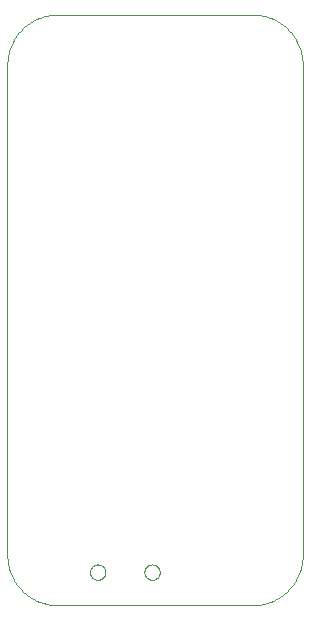
<source format=gko>
G75*
%MOIN*%
%OFA0B0*%
%FSLAX25Y25*%
%IPPOS*%
%LPD*%
%AMOC8*
5,1,8,0,0,1.08239X$1,22.5*
%
%ADD10C,0.00000*%
D10*
X0018503Y0060455D02*
X0083522Y0060455D01*
X0083926Y0060460D01*
X0084329Y0060475D01*
X0084732Y0060499D01*
X0085134Y0060533D01*
X0085535Y0060577D01*
X0085935Y0060630D01*
X0086334Y0060693D01*
X0086731Y0060766D01*
X0087126Y0060849D01*
X0087519Y0060940D01*
X0087910Y0061042D01*
X0088298Y0061152D01*
X0088684Y0061273D01*
X0089066Y0061402D01*
X0089445Y0061540D01*
X0089821Y0061688D01*
X0090193Y0061845D01*
X0090561Y0062010D01*
X0090925Y0062185D01*
X0091284Y0062368D01*
X0091639Y0062560D01*
X0091990Y0062761D01*
X0092335Y0062969D01*
X0092675Y0063186D01*
X0093010Y0063412D01*
X0093340Y0063645D01*
X0093663Y0063886D01*
X0093981Y0064135D01*
X0094293Y0064392D01*
X0094598Y0064656D01*
X0094897Y0064927D01*
X0095189Y0065205D01*
X0095475Y0065491D01*
X0095753Y0065783D01*
X0096024Y0066082D01*
X0096288Y0066387D01*
X0096545Y0066699D01*
X0096794Y0067017D01*
X0097035Y0067340D01*
X0097268Y0067670D01*
X0097494Y0068005D01*
X0097711Y0068345D01*
X0097919Y0068690D01*
X0098120Y0069041D01*
X0098312Y0069396D01*
X0098495Y0069755D01*
X0098670Y0070119D01*
X0098835Y0070487D01*
X0098992Y0070859D01*
X0099140Y0071235D01*
X0099278Y0071614D01*
X0099407Y0071996D01*
X0099528Y0072382D01*
X0099638Y0072770D01*
X0099740Y0073161D01*
X0099831Y0073554D01*
X0099914Y0073949D01*
X0099987Y0074346D01*
X0100050Y0074745D01*
X0100103Y0075145D01*
X0100147Y0075546D01*
X0100181Y0075948D01*
X0100205Y0076351D01*
X0100220Y0076754D01*
X0100225Y0077158D01*
X0100225Y0240602D01*
X0100220Y0241006D01*
X0100205Y0241409D01*
X0100181Y0241812D01*
X0100147Y0242214D01*
X0100103Y0242615D01*
X0100050Y0243015D01*
X0099987Y0243414D01*
X0099914Y0243811D01*
X0099831Y0244206D01*
X0099740Y0244599D01*
X0099638Y0244990D01*
X0099528Y0245378D01*
X0099407Y0245764D01*
X0099278Y0246146D01*
X0099140Y0246525D01*
X0098992Y0246901D01*
X0098835Y0247273D01*
X0098670Y0247641D01*
X0098495Y0248005D01*
X0098312Y0248364D01*
X0098120Y0248719D01*
X0097919Y0249070D01*
X0097711Y0249415D01*
X0097494Y0249755D01*
X0097268Y0250090D01*
X0097035Y0250420D01*
X0096794Y0250743D01*
X0096545Y0251061D01*
X0096288Y0251373D01*
X0096024Y0251678D01*
X0095753Y0251977D01*
X0095475Y0252269D01*
X0095189Y0252555D01*
X0094897Y0252833D01*
X0094598Y0253104D01*
X0094293Y0253368D01*
X0093981Y0253625D01*
X0093663Y0253874D01*
X0093340Y0254115D01*
X0093010Y0254348D01*
X0092675Y0254574D01*
X0092335Y0254791D01*
X0091990Y0254999D01*
X0091639Y0255200D01*
X0091284Y0255392D01*
X0090925Y0255575D01*
X0090561Y0255750D01*
X0090193Y0255915D01*
X0089821Y0256072D01*
X0089445Y0256220D01*
X0089066Y0256358D01*
X0088684Y0256487D01*
X0088298Y0256608D01*
X0087910Y0256718D01*
X0087519Y0256820D01*
X0087126Y0256911D01*
X0086731Y0256994D01*
X0086334Y0257067D01*
X0085935Y0257130D01*
X0085535Y0257183D01*
X0085134Y0257227D01*
X0084732Y0257261D01*
X0084329Y0257285D01*
X0083926Y0257300D01*
X0083522Y0257305D01*
X0083522Y0257306D02*
X0018503Y0257306D01*
X0018503Y0257305D02*
X0018099Y0257300D01*
X0017696Y0257285D01*
X0017293Y0257261D01*
X0016891Y0257227D01*
X0016490Y0257183D01*
X0016090Y0257130D01*
X0015691Y0257067D01*
X0015294Y0256994D01*
X0014899Y0256911D01*
X0014506Y0256820D01*
X0014115Y0256718D01*
X0013727Y0256608D01*
X0013341Y0256487D01*
X0012959Y0256358D01*
X0012580Y0256220D01*
X0012204Y0256072D01*
X0011832Y0255915D01*
X0011464Y0255750D01*
X0011100Y0255575D01*
X0010741Y0255392D01*
X0010386Y0255200D01*
X0010035Y0254999D01*
X0009690Y0254791D01*
X0009350Y0254574D01*
X0009015Y0254348D01*
X0008685Y0254115D01*
X0008362Y0253874D01*
X0008044Y0253625D01*
X0007732Y0253368D01*
X0007427Y0253104D01*
X0007128Y0252833D01*
X0006836Y0252555D01*
X0006550Y0252269D01*
X0006272Y0251977D01*
X0006001Y0251678D01*
X0005737Y0251373D01*
X0005480Y0251061D01*
X0005231Y0250743D01*
X0004990Y0250420D01*
X0004757Y0250090D01*
X0004531Y0249755D01*
X0004314Y0249415D01*
X0004106Y0249070D01*
X0003905Y0248719D01*
X0003713Y0248364D01*
X0003530Y0248005D01*
X0003355Y0247641D01*
X0003190Y0247273D01*
X0003033Y0246901D01*
X0002885Y0246525D01*
X0002747Y0246146D01*
X0002618Y0245764D01*
X0002497Y0245378D01*
X0002387Y0244990D01*
X0002285Y0244599D01*
X0002194Y0244206D01*
X0002111Y0243811D01*
X0002038Y0243414D01*
X0001975Y0243015D01*
X0001922Y0242615D01*
X0001878Y0242214D01*
X0001844Y0241812D01*
X0001820Y0241409D01*
X0001805Y0241006D01*
X0001800Y0240602D01*
X0001800Y0077158D01*
X0001805Y0076754D01*
X0001820Y0076351D01*
X0001844Y0075948D01*
X0001878Y0075546D01*
X0001922Y0075145D01*
X0001975Y0074745D01*
X0002038Y0074346D01*
X0002111Y0073949D01*
X0002194Y0073554D01*
X0002285Y0073161D01*
X0002387Y0072770D01*
X0002497Y0072382D01*
X0002618Y0071996D01*
X0002747Y0071614D01*
X0002885Y0071235D01*
X0003033Y0070859D01*
X0003190Y0070487D01*
X0003355Y0070119D01*
X0003530Y0069755D01*
X0003713Y0069396D01*
X0003905Y0069041D01*
X0004106Y0068690D01*
X0004314Y0068345D01*
X0004531Y0068005D01*
X0004757Y0067670D01*
X0004990Y0067340D01*
X0005231Y0067017D01*
X0005480Y0066699D01*
X0005737Y0066387D01*
X0006001Y0066082D01*
X0006272Y0065783D01*
X0006550Y0065491D01*
X0006836Y0065205D01*
X0007128Y0064927D01*
X0007427Y0064656D01*
X0007732Y0064392D01*
X0008044Y0064135D01*
X0008362Y0063886D01*
X0008685Y0063645D01*
X0009015Y0063412D01*
X0009350Y0063186D01*
X0009690Y0062969D01*
X0010035Y0062761D01*
X0010386Y0062560D01*
X0010741Y0062368D01*
X0011100Y0062185D01*
X0011464Y0062010D01*
X0011832Y0061845D01*
X0012204Y0061688D01*
X0012580Y0061540D01*
X0012959Y0061402D01*
X0013341Y0061273D01*
X0013727Y0061152D01*
X0014115Y0061042D01*
X0014506Y0060940D01*
X0014899Y0060849D01*
X0015294Y0060766D01*
X0015691Y0060693D01*
X0016090Y0060630D01*
X0016490Y0060577D01*
X0016891Y0060533D01*
X0017293Y0060499D01*
X0017696Y0060475D01*
X0018099Y0060460D01*
X0018503Y0060455D01*
X0029359Y0071479D02*
X0029361Y0071580D01*
X0029367Y0071681D01*
X0029377Y0071782D01*
X0029391Y0071882D01*
X0029409Y0071981D01*
X0029431Y0072080D01*
X0029456Y0072178D01*
X0029486Y0072275D01*
X0029519Y0072370D01*
X0029556Y0072464D01*
X0029597Y0072557D01*
X0029641Y0072648D01*
X0029689Y0072737D01*
X0029741Y0072824D01*
X0029796Y0072909D01*
X0029854Y0072991D01*
X0029915Y0073072D01*
X0029980Y0073150D01*
X0030047Y0073225D01*
X0030117Y0073297D01*
X0030191Y0073367D01*
X0030267Y0073434D01*
X0030345Y0073498D01*
X0030426Y0073558D01*
X0030509Y0073615D01*
X0030595Y0073669D01*
X0030683Y0073720D01*
X0030772Y0073767D01*
X0030863Y0073811D01*
X0030956Y0073850D01*
X0031051Y0073887D01*
X0031146Y0073919D01*
X0031243Y0073948D01*
X0031342Y0073972D01*
X0031440Y0073993D01*
X0031540Y0074010D01*
X0031640Y0074023D01*
X0031741Y0074032D01*
X0031842Y0074037D01*
X0031943Y0074038D01*
X0032044Y0074035D01*
X0032145Y0074028D01*
X0032246Y0074017D01*
X0032346Y0074002D01*
X0032445Y0073983D01*
X0032544Y0073960D01*
X0032641Y0073934D01*
X0032738Y0073903D01*
X0032833Y0073869D01*
X0032926Y0073831D01*
X0033019Y0073789D01*
X0033109Y0073744D01*
X0033198Y0073695D01*
X0033284Y0073643D01*
X0033368Y0073587D01*
X0033451Y0073528D01*
X0033530Y0073466D01*
X0033608Y0073401D01*
X0033682Y0073333D01*
X0033754Y0073261D01*
X0033823Y0073188D01*
X0033889Y0073111D01*
X0033952Y0073032D01*
X0034012Y0072950D01*
X0034068Y0072866D01*
X0034121Y0072780D01*
X0034171Y0072692D01*
X0034217Y0072602D01*
X0034260Y0072511D01*
X0034299Y0072417D01*
X0034334Y0072322D01*
X0034365Y0072226D01*
X0034393Y0072129D01*
X0034417Y0072031D01*
X0034437Y0071932D01*
X0034453Y0071832D01*
X0034465Y0071731D01*
X0034473Y0071631D01*
X0034477Y0071530D01*
X0034477Y0071428D01*
X0034473Y0071327D01*
X0034465Y0071227D01*
X0034453Y0071126D01*
X0034437Y0071026D01*
X0034417Y0070927D01*
X0034393Y0070829D01*
X0034365Y0070732D01*
X0034334Y0070636D01*
X0034299Y0070541D01*
X0034260Y0070447D01*
X0034217Y0070356D01*
X0034171Y0070266D01*
X0034121Y0070178D01*
X0034068Y0070092D01*
X0034012Y0070008D01*
X0033952Y0069926D01*
X0033889Y0069847D01*
X0033823Y0069770D01*
X0033754Y0069697D01*
X0033682Y0069625D01*
X0033608Y0069557D01*
X0033530Y0069492D01*
X0033451Y0069430D01*
X0033368Y0069371D01*
X0033284Y0069315D01*
X0033197Y0069263D01*
X0033109Y0069214D01*
X0033019Y0069169D01*
X0032926Y0069127D01*
X0032833Y0069089D01*
X0032738Y0069055D01*
X0032641Y0069024D01*
X0032544Y0068998D01*
X0032445Y0068975D01*
X0032346Y0068956D01*
X0032246Y0068941D01*
X0032145Y0068930D01*
X0032044Y0068923D01*
X0031943Y0068920D01*
X0031842Y0068921D01*
X0031741Y0068926D01*
X0031640Y0068935D01*
X0031540Y0068948D01*
X0031440Y0068965D01*
X0031342Y0068986D01*
X0031243Y0069010D01*
X0031146Y0069039D01*
X0031051Y0069071D01*
X0030956Y0069108D01*
X0030863Y0069147D01*
X0030772Y0069191D01*
X0030683Y0069238D01*
X0030595Y0069289D01*
X0030509Y0069343D01*
X0030426Y0069400D01*
X0030345Y0069460D01*
X0030267Y0069524D01*
X0030191Y0069591D01*
X0030117Y0069661D01*
X0030047Y0069733D01*
X0029980Y0069808D01*
X0029915Y0069886D01*
X0029854Y0069967D01*
X0029796Y0070049D01*
X0029741Y0070134D01*
X0029689Y0070221D01*
X0029641Y0070310D01*
X0029597Y0070401D01*
X0029556Y0070494D01*
X0029519Y0070588D01*
X0029486Y0070683D01*
X0029456Y0070780D01*
X0029431Y0070878D01*
X0029409Y0070977D01*
X0029391Y0071076D01*
X0029377Y0071176D01*
X0029367Y0071277D01*
X0029361Y0071378D01*
X0029359Y0071479D01*
X0047469Y0071479D02*
X0047471Y0071580D01*
X0047477Y0071681D01*
X0047487Y0071782D01*
X0047501Y0071882D01*
X0047519Y0071981D01*
X0047541Y0072080D01*
X0047566Y0072178D01*
X0047596Y0072275D01*
X0047629Y0072370D01*
X0047666Y0072464D01*
X0047707Y0072557D01*
X0047751Y0072648D01*
X0047799Y0072737D01*
X0047851Y0072824D01*
X0047906Y0072909D01*
X0047964Y0072991D01*
X0048025Y0073072D01*
X0048090Y0073150D01*
X0048157Y0073225D01*
X0048227Y0073297D01*
X0048301Y0073367D01*
X0048377Y0073434D01*
X0048455Y0073498D01*
X0048536Y0073558D01*
X0048619Y0073615D01*
X0048705Y0073669D01*
X0048793Y0073720D01*
X0048882Y0073767D01*
X0048973Y0073811D01*
X0049066Y0073850D01*
X0049161Y0073887D01*
X0049256Y0073919D01*
X0049353Y0073948D01*
X0049452Y0073972D01*
X0049550Y0073993D01*
X0049650Y0074010D01*
X0049750Y0074023D01*
X0049851Y0074032D01*
X0049952Y0074037D01*
X0050053Y0074038D01*
X0050154Y0074035D01*
X0050255Y0074028D01*
X0050356Y0074017D01*
X0050456Y0074002D01*
X0050555Y0073983D01*
X0050654Y0073960D01*
X0050751Y0073934D01*
X0050848Y0073903D01*
X0050943Y0073869D01*
X0051036Y0073831D01*
X0051129Y0073789D01*
X0051219Y0073744D01*
X0051308Y0073695D01*
X0051394Y0073643D01*
X0051478Y0073587D01*
X0051561Y0073528D01*
X0051640Y0073466D01*
X0051718Y0073401D01*
X0051792Y0073333D01*
X0051864Y0073261D01*
X0051933Y0073188D01*
X0051999Y0073111D01*
X0052062Y0073032D01*
X0052122Y0072950D01*
X0052178Y0072866D01*
X0052231Y0072780D01*
X0052281Y0072692D01*
X0052327Y0072602D01*
X0052370Y0072511D01*
X0052409Y0072417D01*
X0052444Y0072322D01*
X0052475Y0072226D01*
X0052503Y0072129D01*
X0052527Y0072031D01*
X0052547Y0071932D01*
X0052563Y0071832D01*
X0052575Y0071731D01*
X0052583Y0071631D01*
X0052587Y0071530D01*
X0052587Y0071428D01*
X0052583Y0071327D01*
X0052575Y0071227D01*
X0052563Y0071126D01*
X0052547Y0071026D01*
X0052527Y0070927D01*
X0052503Y0070829D01*
X0052475Y0070732D01*
X0052444Y0070636D01*
X0052409Y0070541D01*
X0052370Y0070447D01*
X0052327Y0070356D01*
X0052281Y0070266D01*
X0052231Y0070178D01*
X0052178Y0070092D01*
X0052122Y0070008D01*
X0052062Y0069926D01*
X0051999Y0069847D01*
X0051933Y0069770D01*
X0051864Y0069697D01*
X0051792Y0069625D01*
X0051718Y0069557D01*
X0051640Y0069492D01*
X0051561Y0069430D01*
X0051478Y0069371D01*
X0051394Y0069315D01*
X0051307Y0069263D01*
X0051219Y0069214D01*
X0051129Y0069169D01*
X0051036Y0069127D01*
X0050943Y0069089D01*
X0050848Y0069055D01*
X0050751Y0069024D01*
X0050654Y0068998D01*
X0050555Y0068975D01*
X0050456Y0068956D01*
X0050356Y0068941D01*
X0050255Y0068930D01*
X0050154Y0068923D01*
X0050053Y0068920D01*
X0049952Y0068921D01*
X0049851Y0068926D01*
X0049750Y0068935D01*
X0049650Y0068948D01*
X0049550Y0068965D01*
X0049452Y0068986D01*
X0049353Y0069010D01*
X0049256Y0069039D01*
X0049161Y0069071D01*
X0049066Y0069108D01*
X0048973Y0069147D01*
X0048882Y0069191D01*
X0048793Y0069238D01*
X0048705Y0069289D01*
X0048619Y0069343D01*
X0048536Y0069400D01*
X0048455Y0069460D01*
X0048377Y0069524D01*
X0048301Y0069591D01*
X0048227Y0069661D01*
X0048157Y0069733D01*
X0048090Y0069808D01*
X0048025Y0069886D01*
X0047964Y0069967D01*
X0047906Y0070049D01*
X0047851Y0070134D01*
X0047799Y0070221D01*
X0047751Y0070310D01*
X0047707Y0070401D01*
X0047666Y0070494D01*
X0047629Y0070588D01*
X0047596Y0070683D01*
X0047566Y0070780D01*
X0047541Y0070878D01*
X0047519Y0070977D01*
X0047501Y0071076D01*
X0047487Y0071176D01*
X0047477Y0071277D01*
X0047471Y0071378D01*
X0047469Y0071479D01*
M02*

</source>
